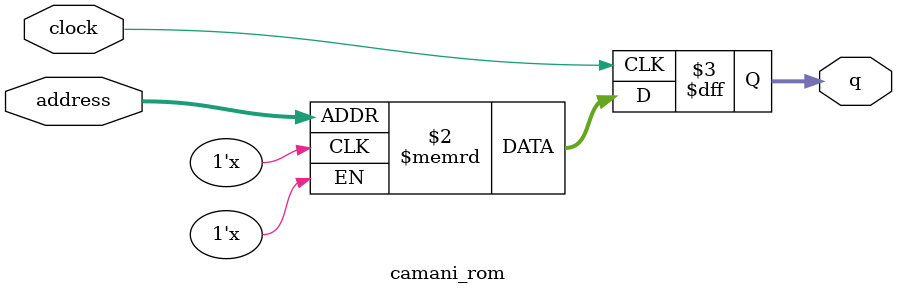
<source format=sv>
module camani_rom (
	input logic clock,
	input logic [14:0] address,
	output logic [1:0] q
);

logic [1:0] memory [0:19199] /* synthesis ram_init_file = "./camani/camani.COE" */;

always_ff @ (posedge clock) begin
	q <= memory[address];
end

endmodule

</source>
